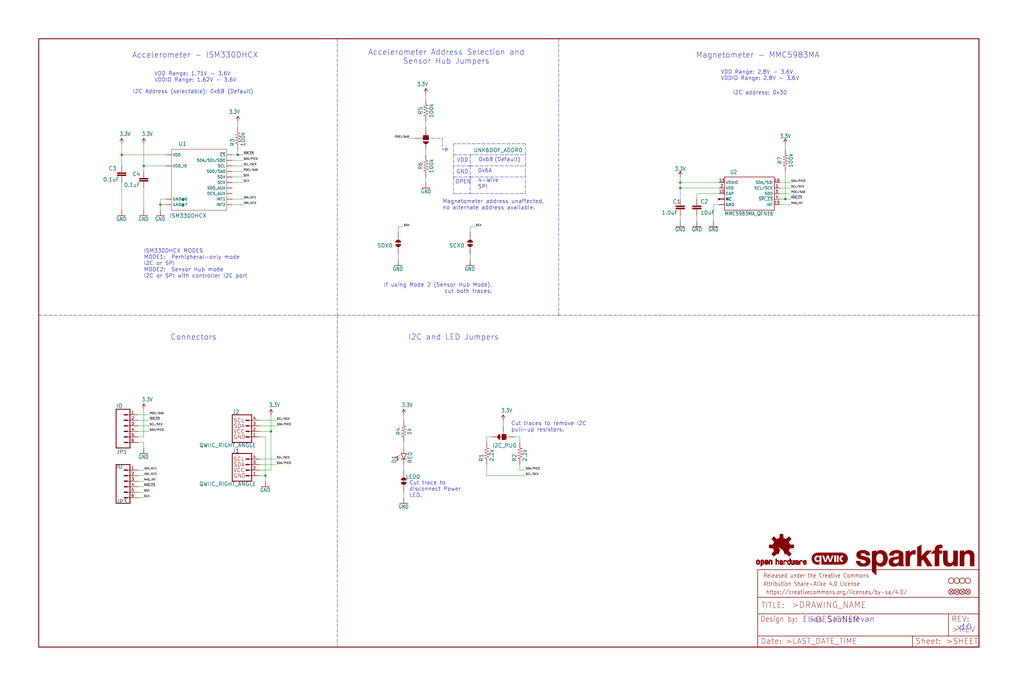
<source format=kicad_sch>
(kicad_sch (version 20211123) (generator eeschema)
  (paper "User" 470.306 317.906)
  (lib_symbols
    (symbol "schematicEagle-eagle-import:0.1UF-0603-25V-(+80{slash}-20%)"
      (property "Reference" "C" (at 1.524 2.921 0))
      (property "Value" "0.1UF-0603-25V-(+80{slash}-20%)" (at 1.524 -2.159 0))
      (symbol "0.1UF-0603-25V-(+80{slash}-20%)_1_0"
        (pin passive line (at 0 5.08 270) (length 2.54) (name "1") (number "1"))
        (pin passive line (at 0 -2.54 90) (length 2.54) (name "2") (number "2"))
      )
    )
    (symbol "schematicEagle-eagle-import:1.0UF-0603-16V-10%"
      (property "Reference" "C" (at 1.524 2.921 0))
      (property "Value" "1.0UF-0603-16V-10%" (at 1.524 -2.159 0))
      (symbol "1.0UF-0603-16V-10%_1_0"
        (pin passive line (at 0 5.08 270) (length 2.54) (name "1") (number "1"))
        (pin passive line (at 0 -2.54 90) (length 2.54) (name "2") (number "2"))
      )
    )
    (symbol "schematicEagle-eagle-import:100KOHM-0603-1{slash}10W-1%"
      (property "Reference" "R" (at 0 1.524 0))
      (property "Value" "100KOHM-0603-1{slash}10W-1%" (at 0 -1.524 0))
      (symbol "100KOHM-0603-1{slash}10W-1%_1_0"
        (pin passive line (at -5.08 0 0) (length 2.54) (name "1") (number "1"))
        (pin passive line (at 5.08 0 180) (length 2.54) (name "2") (number "2"))
      )
    )
    (symbol "schematicEagle-eagle-import:10UF-0603-6.3V-20%"
      (property "Reference" "C" (at 1.524 2.921 0))
      (property "Value" "10UF-0603-6.3V-20%" (at 1.524 -2.159 0))
      (symbol "10UF-0603-6.3V-20%_1_0"
        (pin passive line (at 0 5.08 270) (length 2.54) (name "1") (number "1"))
        (pin passive line (at 0 -2.54 90) (length 2.54) (name "2") (number "2"))
      )
    )
    (symbol "schematicEagle-eagle-import:1KOHM-0603-1{slash}10W-1%"
      (property "Reference" "R" (at 0 1.524 0))
      (property "Value" "1KOHM-0603-1{slash}10W-1%" (at 0 -1.524 0))
      (symbol "1KOHM-0603-1{slash}10W-1%_1_0"
        (pin passive line (at -5.08 0 0) (length 2.54) (name "1") (number "1"))
        (pin passive line (at 5.08 0 180) (length 2.54) (name "2") (number "2"))
      )
    )
    (symbol "schematicEagle-eagle-import:2.2KOHM-0603-1{slash}10W-1%"
      (property "Reference" "R" (at 0 1.524 0))
      (property "Value" "2.2KOHM-0603-1{slash}10W-1%" (at 0 -1.524 0))
      (symbol "2.2KOHM-0603-1{slash}10W-1%_1_0"
        (pin passive line (at -5.08 0 0) (length 2.54) (name "1") (number "1"))
        (pin passive line (at 5.08 0 180) (length 2.54) (name "2") (number "2"))
      )
    )
    (symbol "schematicEagle-eagle-import:3.3V" (power)
      (property "Value" "3.3V" (at 0 2.794 0))
      (symbol "3.3V_1_0"
        (pin power_in line (at 0 0 90) (length 2.54) (name "3.3V") (number "1"))
      )
    )
    (symbol "schematicEagle-eagle-import:CONN_06NO_SILK_NO_POP"
      (property "Reference" "J" (at -5.08 10.668 0))
      (property "Value" "CONN_06NO_SILK_NO_POP" (at -5.08 -9.906 0))
      (symbol "CONN_06NO_SILK_NO_POP_1_0"
        (pin passive line (at 5.08 -5.08 180) (length 5.08) (name "1") (number "1"))
        (pin passive line (at 5.08 -2.54 180) (length 5.08) (name "2") (number "2"))
        (pin passive line (at 5.08 0 180) (length 5.08) (name "3") (number "3"))
        (pin passive line (at 5.08 2.54 180) (length 5.08) (name "4") (number "4"))
        (pin passive line (at 5.08 5.08 180) (length 5.08) (name "5") (number "5"))
        (pin passive line (at 5.08 7.62 180) (length 5.08) (name "6") (number "6"))
      )
    )
    (symbol "schematicEagle-eagle-import:FIDUCIALUFIDUCIAL")
    (symbol "schematicEagle-eagle-import:FRAME-LEDGER"
      (symbol "FRAME-LEDGER_2_0"
        (text " https://creativecommons.org/licenses/by-sa/4.0/" (at 2.54 24.13 0) (effects (font (size 1.9304 1.6408)) (justify left bottom)))
        (text ">DESIGNER" (at 23.114 11.176 0) (effects (font (size 2.7432 2.7432)) (justify left bottom)))
        (text ">DRAWING_NAME" (at 15.494 17.78 0) (effects (font (size 2.7432 2.7432)) (justify left bottom)))
        (text ">LAST_DATE_TIME" (at 12.7 1.27 0) (effects (font (size 2.54 2.54)) (justify left bottom)))
        (text ">REV" (at 88.9 6.604 0) (effects (font (size 2.7432 2.7432)) (justify left bottom)))
        (text ">SHEET" (at 86.36 1.27 0) (effects (font (size 2.54 2.54)) (justify left bottom)))
        (text "Attribution Share-Alike 4.0 License" (at 2.54 27.94 0) (effects (font (size 1.9304 1.6408)) (justify left bottom)))
        (text "Date:" (at 1.27 1.27 0) (effects (font (size 2.54 2.54)) (justify left bottom)))
        (text "Design by:" (at 1.27 11.43 0) (effects (font (size 2.54 2.159)) (justify left bottom)))
        (text "Released under the Creative Commons" (at 2.54 31.75 0) (effects (font (size 1.9304 1.6408)) (justify left bottom)))
        (text "REV:" (at 88.9 11.43 0) (effects (font (size 2.54 2.54)) (justify left bottom)))
        (text "Sheet:" (at 72.39 1.27 0) (effects (font (size 2.54 2.54)) (justify left bottom)))
        (text "TITLE:" (at 1.524 17.78 0) (effects (font (size 2.54 2.54)) (justify left bottom)))
      )
    )
    (symbol "schematicEagle-eagle-import:GND" (power)
      (property "Value" "GND" (at 0 -0.254 0))
      (symbol "GND_1_0"
        (pin power_in line (at 0 2.54 270) (length 2.54) (name "GND") (number "1"))
      )
    )
    (symbol "schematicEagle-eagle-import:ISM330DHCX"
      (property "Reference" "U" (at -10.16 15.24 0))
      (property "Value" "ISM330DHCX" (at -10.16 -17.78 0))
      (symbol "ISM330DHCX_1_0"
        (pin bidirectional line (at 15.24 2.54 180) (length 2.54) (name "SDO/SA0") (number "P1"))
        (pin bidirectional line (at 15.24 -7.62 180) (length 2.54) (name "OCS_AUX") (number "P10"))
        (pin bidirectional line (at 15.24 -5.08 180) (length 2.54) (name "SDO_AUX") (number "P11"))
        (pin bidirectional line (at 15.24 10.16 180) (length 2.54) (name "~{CS}") (number "P12"))
        (pin bidirectional line (at 15.24 5.08 180) (length 2.54) (name "SCL") (number "P13"))
        (pin bidirectional line (at 15.24 7.62 180) (length 2.54) (name "SDA/SDI/SDO") (number "P14"))
        (pin bidirectional line (at 15.24 0 180) (length 2.54) (name "SDX") (number "P2"))
        (pin bidirectional line (at 15.24 -2.54 180) (length 2.54) (name "SCX") (number "P3"))
        (pin bidirectional line (at 15.24 -10.16 180) (length 2.54) (name "INT1") (number "P4"))
        (pin power_in line (at -15.24 5.08 0) (length 2.54) (name "VDD_IO") (number "P5"))
        (pin power_in line (at -15.24 -10.16 0) (length 2.54) (name "GND@6") (number "P6"))
        (pin power_in line (at -15.24 -12.7 0) (length 2.54) (name "GND@7") (number "P7"))
        (pin power_in line (at -15.24 10.16 0) (length 2.54) (name "VDD") (number "P8"))
        (pin bidirectional line (at 15.24 -12.7 180) (length 2.54) (name "INT2") (number "P9"))
      )
    )
    (symbol "schematicEagle-eagle-import:JUMPER-SMT_2_NC_TRACE_SILK"
      (property "Reference" "JP" (at 0 3.048 0))
      (property "Value" "JUMPER-SMT_2_NC_TRACE_SILK" (at 0 -3.048 0))
      (symbol "JUMPER-SMT_2_NC_TRACE_SILK_1_0"
        (pin passive line (at -5.08 0 0) (length 2.54) (name "1") (number "1"))
        (pin passive line (at 5.08 0 180) (length 2.54) (name "2") (number "2"))
      )
    )
    (symbol "schematicEagle-eagle-import:JUMPER-SMT_3_1-NC_TRACE_SILK"
      (property "Reference" "JP" (at 5.842 1.524 0))
      (property "Value" "JUMPER-SMT_3_1-NC_TRACE_SILK" (at 6.604 -1.27 0))
      (symbol "JUMPER-SMT_3_1-NC_TRACE_SILK_1_0"
        (pin passive line (at 0 5.08 270) (length 2.54) (name "1") (number "1"))
        (pin passive line (at -5.08 0 0) (length 2.54) (name "2") (number "2"))
        (pin passive line (at 0 -5.08 90) (length 2.54) (name "3") (number "3"))
      )
    )
    (symbol "schematicEagle-eagle-import:JUMPER-SMT_3_2-NC_TRACE_SILK"
      (property "Reference" "JP" (at 6.096 1.524 0))
      (property "Value" "JUMPER-SMT_3_2-NC_TRACE_SILK" (at 6.858 -1.524 0))
      (symbol "JUMPER-SMT_3_2-NC_TRACE_SILK_1_0"
        (pin passive line (at 0 5.08 270) (length 2.54) (name "1") (number "1"))
        (pin passive line (at -5.08 0 0) (length 2.54) (name "2") (number "2"))
        (pin passive line (at 0 -5.08 90) (length 2.54) (name "3") (number "3"))
      )
    )
    (symbol "schematicEagle-eagle-import:LED-RED0603"
      (property "Reference" "D" (at -3.429 -4.572 90))
      (property "Value" "LED-RED0603" (at 1.905 -4.572 90))
      (symbol "LED-RED0603_1_0"
        (pin passive line (at 0 2.54 270) (length 2.54) (name "A") (number "A"))
        (pin passive line (at 0 -5.08 90) (length 2.54) (name "C") (number "C"))
      )
    )
    (symbol "schematicEagle-eagle-import:MMC5983MA_QFN16"
      (property "Reference" "U" (at -10.16 8.89 0))
      (property "Value" "MMC5983MA_QFN16" (at -10.16 -10.16 0))
      (symbol "MMC5983MA_QFN16_1_0"
        (pin bidirectional line (at 15.24 2.54 180) (length 2.54) (name "SCL/SCK") (number "1"))
        (pin passive line (at -12.7 0 0) (length 2.54) (name "CAP") (number "10"))
        (pin power_in line (at -12.7 -5.08 0) (length 2.54) (name "GND") (number "11"))
        (pin no_connect line (at -12.7 -2.54 0) (length 2.54) (name "NC") (number "12"))
        (pin power_in line (at -12.7 5.08 0) (length 2.54) (name "VDDIO") (number "13"))
        (pin no_connect line (at -12.7 -2.54 0) (length 2.54) (name "NC") (number "14"))
        (pin output line (at 15.24 -5.08 180) (length 2.54) (name "INT") (number "15"))
        (pin bidirectional line (at 15.24 5.08 180) (length 2.54) (name "SDA/SDI") (number "16"))
        (pin power_in line (at -12.7 2.54 0) (length 2.54) (name "VDD") (number "2"))
        (pin no_connect line (at -12.7 -2.54 0) (length 2.54) (name "NC") (number "3"))
        (pin input line (at 15.24 -2.54 180) (length 2.54) (name "~{SPI_CS}") (number "4"))
        (pin output line (at 15.24 0 180) (length 2.54) (name "SDO") (number "5"))
        (pin no_connect line (at -12.7 -2.54 0) (length 2.54) (name "NC") (number "6"))
        (pin no_connect line (at -12.7 -2.54 0) (length 2.54) (name "NC") (number "7"))
        (pin no_connect line (at -12.7 -2.54 0) (length 2.54) (name "NC") (number "8"))
        (pin power_in line (at -12.7 -5.08 0) (length 2.54) (name "GND") (number "9"))
      )
    )
    (symbol "schematicEagle-eagle-import:OSHW-LOGOMINI")
    (symbol "schematicEagle-eagle-import:QWIIC_CONNECTORJS-1MM"
      (property "Reference" "J" (at -5.08 7.874 0))
      (property "Value" "QWIIC_CONNECTORJS-1MM" (at -5.08 -5.334 0))
      (symbol "QWIIC_CONNECTORJS-1MM_1_0"
        (text "GND" (at -4.572 -2.54 0) (effects (font (size 1.778 1.778)) (justify left)))
        (text "SCL" (at -4.572 5.08 0) (effects (font (size 1.778 1.778)) (justify left)))
        (text "SDA" (at -4.572 2.54 0) (effects (font (size 1.778 1.778)) (justify left)))
        (text "VCC" (at -4.572 0 0) (effects (font (size 1.778 1.778)) (justify left)))
        (pin power_in line (at 7.62 -2.54 180) (length 5.08) (name "1") (number "1"))
        (pin power_in line (at 7.62 0 180) (length 5.08) (name "2") (number "2"))
        (pin passive line (at 7.62 2.54 180) (length 5.08) (name "3") (number "3"))
        (pin passive line (at 7.62 5.08 180) (length 5.08) (name "4") (number "4"))
      )
    )
    (symbol "schematicEagle-eagle-import:QWIIC_LOGO_4MM")
    (symbol "schematicEagle-eagle-import:SFE_LOGO_NAME.1_INCH")
    (symbol "schematicEagle-eagle-import:STAND-OFFTIGHT")
  )
  (junction (at 124.46 198.12))
  (junction (at 121.92 218.44))
  (junction (at 55.88 71.12))
  (junction (at 66.04 76.2))
  (junction (at 312.42 83.82))
  (junction (at 312.42 86.36))
  (junction (at 109.22 71.12))
  (junction (at 360.68 91.44))
  (junction (at 73.66 93.98))
  (wire (pts (xy 360.68 78.74) (xy 360.68 91.44)))
  (wire (pts (xy 111.76 91.44) (xy 106.68 91.44)))
  (wire (pts (xy 330.2 93.98) (xy 327.66 93.98)))
  (wire (pts (xy 119.38 200.66) (xy 121.92 200.66)))
  (wire (pts (xy 55.88 96.52) (xy 55.88 83.82)))
  (wire (pts (xy 76.2 76.2) (xy 66.04 76.2)))
  (polyline (pts (xy 215.9 76.2) (xy 208.28 76.2)))
  (wire (pts (xy 312.42 91.44) (xy 312.42 86.36)))
  (wire (pts (xy 119.38 210.82) (xy 127 210.82)))
  (wire (pts (xy 66.04 223.52) (xy 63.5 223.52)))
  (wire (pts (xy 124.46 215.9) (xy 124.46 198.12)))
  (wire (pts (xy 215.9 104.14) (xy 218.44 104.14)))
  (polyline (pts (xy 154.94 17.78) (xy 154.94 144.78)))
  (wire (pts (xy 106.68 78.74) (xy 111.76 78.74)))
  (polyline (pts (xy 154.94 144.78) (xy 256.54 144.78)))
  (wire (pts (xy 106.68 71.12) (xy 109.22 71.12)))
  (wire (pts (xy 121.92 200.66) (xy 121.92 218.44)))
  (wire (pts (xy 111.76 71.12) (xy 109.22 71.12)))
  (polyline (pts (xy 215.9 81.28) (xy 241.3 81.28)))
  (wire (pts (xy 312.42 86.36) (xy 312.42 83.82)))
  (polyline (pts (xy 208.28 71.12) (xy 208.28 76.2)))
  (wire (pts (xy 358.14 86.36) (xy 363.22 86.36)))
  (wire (pts (xy 223.52 218.44) (xy 241.3 218.44)))
  (wire (pts (xy 223.52 200.66) (xy 226.06 200.66)))
  (wire (pts (xy 106.68 76.2) (xy 111.76 76.2)))
  (wire (pts (xy 215.9 106.68) (xy 215.9 104.14)))
  (wire (pts (xy 358.14 93.98) (xy 363.22 93.98)))
  (polyline (pts (xy 203.2 63.5) (xy 203.2 68.58)))
  (wire (pts (xy 360.68 66.294) (xy 360.68 68.58)))
  (wire (pts (xy 55.88 66.04) (xy 55.88 71.12)))
  (wire (pts (xy 119.38 218.44) (xy 121.92 218.44)))
  (polyline (pts (xy 198.12 63.5) (xy 203.2 63.5)))
  (wire (pts (xy 109.22 71.12) (xy 109.22 68.58)))
  (polyline (pts (xy 208.28 66.04) (xy 208.28 71.12)))
  (wire (pts (xy 195.58 43.18) (xy 195.58 45.72)))
  (wire (pts (xy 223.52 203.2) (xy 223.52 200.66)))
  (polyline (pts (xy 256.54 144.78) (xy 449.58 144.78)))
  (wire (pts (xy 73.66 93.98) (xy 73.66 91.44)))
  (wire (pts (xy 312.42 83.82) (xy 330.2 83.82)))
  (wire (pts (xy 106.68 73.66) (xy 111.76 73.66)))
  (wire (pts (xy 63.5 190.5) (xy 68.58 190.5)))
  (wire (pts (xy 119.38 213.36) (xy 127 213.36)))
  (wire (pts (xy 66.04 215.9) (xy 63.5 215.9)))
  (wire (pts (xy 109.22 55.88) (xy 109.22 58.42)))
  (polyline (pts (xy 205.74 68.58) (xy 204.724 67.818)))
  (wire (pts (xy 66.04 200.66) (xy 66.04 187.96)))
  (wire (pts (xy 185.42 213.36) (xy 185.42 215.9)))
  (polyline (pts (xy 215.9 88.9) (xy 241.3 88.9)))
  (wire (pts (xy 124.46 198.12) (xy 124.46 190.5)))
  (wire (pts (xy 63.5 195.58) (xy 68.58 195.58)))
  (polyline (pts (xy 215.9 81.28) (xy 215.9 88.9)))
  (wire (pts (xy 358.14 88.9) (xy 363.22 88.9)))
  (wire (pts (xy 66.04 203.2) (xy 66.04 205.74)))
  (wire (pts (xy 119.38 193.04) (xy 127 193.04)))
  (wire (pts (xy 55.88 76.2) (xy 55.88 71.12)))
  (wire (pts (xy 330.2 86.36) (xy 312.42 86.36)))
  (polyline (pts (xy 241.3 76.2) (xy 241.3 71.12)))
  (wire (pts (xy 312.42 99.06) (xy 312.42 101.6)))
  (polyline (pts (xy 215.9 76.2) (xy 215.9 81.28)))
  (wire (pts (xy 119.38 215.9) (xy 124.46 215.9)))
  (polyline (pts (xy 208.28 71.12) (xy 215.9 71.12)))
  (wire (pts (xy 63.5 198.12) (xy 68.58 198.12)))
  (polyline (pts (xy 241.3 81.28) (xy 241.3 76.2)))
  (wire (pts (xy 106.68 83.82) (xy 111.76 83.82)))
  (wire (pts (xy 119.38 198.12) (xy 124.46 198.12)))
  (polyline (pts (xy 208.28 88.9) (xy 215.9 88.9)))
  (wire (pts (xy 119.38 195.58) (xy 127 195.58)))
  (wire (pts (xy 76.2 93.98) (xy 73.66 93.98)))
  (wire (pts (xy 195.58 55.88) (xy 195.58 58.42)))
  (polyline (pts (xy 203.2 68.58) (xy 205.74 68.58)))
  (polyline (pts (xy 256.54 17.78) (xy 256.54 144.78)))
  (wire (pts (xy 121.92 218.44) (xy 121.92 220.98)))
  (polyline (pts (xy 215.9 71.12) (xy 241.3 71.12)))
  (wire (pts (xy 182.88 119.38) (xy 182.88 116.84)))
  (polyline (pts (xy 205.74 68.58) (xy 204.724 69.342)))
  (polyline (pts (xy 208.28 76.2) (xy 208.28 81.28)))
  (wire (pts (xy 63.5 193.04) (xy 68.58 193.04)))
  (wire (pts (xy 66.04 226.06) (xy 63.5 226.06)))
  (wire (pts (xy 236.22 200.66) (xy 238.76 200.66)))
  (wire (pts (xy 195.58 81.28) (xy 195.58 83.82)))
  (wire (pts (xy 238.76 215.9) (xy 241.3 215.9)))
  (wire (pts (xy 358.14 83.82) (xy 363.22 83.82)))
  (wire (pts (xy 185.42 193.04) (xy 185.42 190.5)))
  (wire (pts (xy 327.66 93.98) (xy 327.66 101.6)))
  (wire (pts (xy 63.5 203.2) (xy 66.04 203.2)))
  (wire (pts (xy 73.66 96.52) (xy 73.66 93.98)))
  (polyline (pts (xy 241.3 71.12) (xy 241.3 66.04)))
  (wire (pts (xy 320.04 99.06) (xy 320.04 101.6)))
  (wire (pts (xy 215.9 119.38) (xy 215.9 116.84)))
  (wire (pts (xy 73.66 91.44) (xy 76.2 91.44)))
  (polyline (pts (xy 215.9 76.2) (xy 241.3 76.2)))
  (wire (pts (xy 190.5 63.5) (xy 187.96 63.5)))
  (wire (pts (xy 182.88 106.68) (xy 182.88 104.14)))
  (wire (pts (xy 66.04 78.74) (xy 66.04 76.2)))
  (wire (pts (xy 358.14 91.44) (xy 360.68 91.44)))
  (wire (pts (xy 182.88 104.14) (xy 185.42 104.14)))
  (wire (pts (xy 195.58 71.12) (xy 195.58 68.58)))
  (polyline (pts (xy 204.724 67.818) (xy 204.724 69.342)))
  (polyline (pts (xy 241.3 88.9) (xy 241.3 81.28)))
  (wire (pts (xy 330.2 88.9) (xy 320.04 88.9)))
  (wire (pts (xy 363.22 91.44) (xy 360.68 91.44)))
  (wire (pts (xy 231.14 193.04) (xy 231.14 195.58)))
  (wire (pts (xy 66.04 96.52) (xy 66.04 86.36)))
  (wire (pts (xy 66.04 220.98) (xy 63.5 220.98)))
  (polyline (pts (xy 208.28 81.28) (xy 208.28 88.9)))
  (wire (pts (xy 66.04 76.2) (xy 66.04 66.04)))
  (polyline (pts (xy 241.3 66.04) (xy 208.28 66.04)))
  (wire (pts (xy 66.04 218.44) (xy 63.5 218.44)))
  (wire (pts (xy 312.42 81.28) (xy 312.42 83.82)))
  (polyline (pts (xy 208.28 81.28) (xy 215.9 81.28)))
  (wire (pts (xy 185.42 203.2) (xy 185.42 205.74)))
  (wire (pts (xy 111.76 93.98) (xy 106.68 93.98)))
  (wire (pts (xy 238.76 200.66) (xy 238.76 203.2)))
  (wire (pts (xy 66.04 228.6) (xy 63.5 228.6)))
  (wire (pts (xy 223.52 213.36) (xy 223.52 218.44)))
  (polyline (pts (xy 154.94 144.78) (xy 154.94 297.18)))
  (wire (pts (xy 55.88 71.12) (xy 76.2 71.12)))
  (wire (pts (xy 320.04 91.44) (xy 320.04 88.9)))
  (polyline (pts (xy 17.78 144.78) (xy 154.94 144.78)))
  (wire (pts (xy 185.42 226.06) (xy 185.42 228.6)))
  (wire (pts (xy 238.76 213.36) (xy 238.76 215.9)))
  (wire (pts (xy 63.5 200.66) (xy 66.04 200.66)))
  (wire (pts (xy 106.68 81.28) (xy 111.76 81.28)))
  (polyline (pts (xy 215.9 71.12) (xy 215.9 76.2)))
  (text "Magnetometer - MMC5983MA" (at 347.98 25.4 180) (effects (font (size 2.54 2.54))))
  (text "4-Wire\nSPI" (at 219.456 86.868 180) (effects (font (size 1.778 1.778)) (justify left bottom)))
  (text "I2C Address (selectable): 0x6B (Default)" (at 60.96 43.18 180) (effects (font (size 1.778 1.778)) (justify left bottom)))
  (text "Connectors" (at 88.9 154.94 180) (effects (font (size 2.54 2.54))))
  (text "v10" (at 439.42 289.56 180) (effects (font (size 2.54 2.54)) (justify left bottom)))
  (text "VDD Range: 2.8V - 3.6V\nVDDIO Range: 2.8V - 3.6V" (at 330.962 37.084 180) (effects (font (size 1.778 1.778)) (justify left bottom)))
  (text "(Default)" (at 227.076 74.422 180) (effects (font (size 1.778 1.778)) (justify left bottom)))
  (text "Cut traces to remove I2C\npull-up resistors." (at 234.696 193.548 180) (effects (font (size 1.778 1.778)) (justify left top)))
  (text "0x6A" (at 219.456 79.502 180) (effects (font (size 1.778 1.778)) (justify left bottom)))
  (text "Cut trace to\ndisconnect Power\nLED." (at 187.96 228.6 180) (effects (font (size 1.778 1.778)) (justify left bottom)))
  (text "Elias Santistevan" (at 368.554 286.004 180) (effects (font (size 2.54 2.54)) (justify left bottom)))
  (text "If using Mode 2 (Sensor Hub Mode),\ncut both traces." (at 226.06 134.874 0) (effects (font (size 1.778 1.778)) (justify right bottom)))
  (text "Magnetometer address unaffected,\nno alternate address available." (at 203.2 96.52 0) (effects (font (size 1.778 1.778)) (justify left bottom)))
  (text "Accelerometer - ISM330DHCX" (at 89.662 25.4 180) (effects (font (size 2.54 2.54))))
  (text "0x6B" (at 219.71 74.422 180) (effects (font (size 1.778 1.778)) (justify left bottom)))
  (text "GND" (at 209.55 80.01 180) (effects (font (size 1.778 1.778)) (justify left bottom)))
  (text "I2C and LED Jumpers" (at 208.28 154.94 180) (effects (font (size 2.54 2.54))))
  (text "Accelerometer Address Selection and\nSensor Hub Jumpers" (at 204.978 26.162 0) (effects (font (size 2.54 2.54))))
  (text "VDD Range: 1.71V - 3.6V\nVDDIO Range: 1.62V - 3.6V" (at 70.866 37.846 180) (effects (font (size 1.778 1.778)) (justify left bottom)))
  (text "OPEN" (at 209.042 84.582 180) (effects (font (size 1.778 1.778)) (justify left bottom)))
  (text "VDD" (at 209.804 74.676 180) (effects (font (size 1.778 1.778)) (justify left bottom)))
  (text "ISM330DHCX MODES\nMODE1:  Perhipheral-only mode\nI2C or SPI\nMODE2:  Sensor Hub mode\nI2C or SPI with controller I2C port" (at 66.04 114.3 0) (effects (font (size 1.778 1.778)) (justify left top)))
  (text "I2C address: 0x30" (at 348.996 42.672 180) (effects (font (size 1.778 1.778))))
  (label "SCL/SCK" (at 127 193.04 0) (effects (font (size 0.889 0.889))))
  (label "SDA/PICO" (at 127 195.58 0) (effects (font (size 0.889 0.889))))
  (label "SCX" (at 66.04 228.6 0) (effects (font (size 0.889 0.889))))
  (label "SDA/PICO" (at 363.22 83.82 0) (effects (font (size 0.889 0.889))))
  (label "~{MAG_CS}" (at 66.04 223.52 0) (effects (font (size 0.889 0.889))))
  (label "SDX" (at 66.04 226.06 0) (effects (font (size 0.889 0.889))))
  (label "SDX" (at 111.76 81.28 0) (effects (font (size 0.889 0.889))))
  (label "SDA/PICO" (at 111.76 73.66 0) (effects (font (size 0.889 0.889))))
  (label "POCI/SA0" (at 111.76 78.74 0) (effects (font (size 0.889 0.889))))
  (label "POCI/SA0" (at 363.22 88.9 0) (effects (font (size 0.889 0.889))))
  (label "SCL/SCK" (at 241.3 218.44 0) (effects (font (size 0.889 0.889))))
  (label "SCX" (at 111.76 83.82 0) (effects (font (size 0.889 0.889))))
  (label "SDA/PICO" (at 127 213.36 0) (effects (font (size 0.889 0.889))))
  (label "SCL/SCK" (at 363.22 86.36 0) (effects (font (size 0.889 0.889))))
  (label "~{MAG_CS}" (at 363.22 91.44 0) (effects (font (size 0.889 0.889))))
  (label "SCX" (at 218.44 104.14 0) (effects (font (size 0.889 0.889))))
  (label "SDA/PICO" (at 68.58 198.12 0) (effects (font (size 0.889 0.889))))
  (label "ISM_INT1" (at 111.76 91.44 0) (effects (font (size 0.889 0.889))))
  (label "~{ISM_CS}" (at 111.76 71.12 0) (effects (font (size 0.889 0.889))))
  (label "ISM_INT2" (at 111.76 93.98 0) (effects (font (size 0.889 0.889))))
  (label "SCL/SCK" (at 127 210.82 0) (effects (font (size 0.889 0.889))))
  (label "ISM_INT2" (at 66.04 218.44 0) (effects (font (size 0.889 0.889))))
  (label "MAG_INT" (at 363.22 93.98 0) (effects (font (size 0.889 0.889))))
  (label "ISM_INT1" (at 66.04 215.9 0) (effects (font (size 0.889 0.889))))
  (label "~{ISM_CS}" (at 68.58 193.04 0) (effects (font (size 0.889 0.889))))
  (label "SDX" (at 185.42 104.14 0) (effects (font (size 0.889 0.889))))
  (label "SDA/PICO" (at 241.3 215.9 0) (effects (font (size 0.889 0.889))))
  (label "SCL/SCK" (at 111.76 76.2 0) (effects (font (size 0.889 0.889))))
  (label "POCI/SA0" (at 187.96 63.5 180) (effects (font (size 0.889 0.889))))
  (label "SCL/SCK" (at 68.58 195.58 0) (effects (font (size 0.889 0.889))))
  (label "MAG_INT" (at 66.04 220.98 0) (effects (font (size 0.889 0.889))))
  (label "POCI/SA0" (at 68.58 190.5 0) (effects (font (size 0.889 0.889))))
  (symbol (lib_id "schematicEagle-eagle-import:GND") (at 55.88 99.06 0) (unit 1)
    (property "Reference" "#GND5" (effects hide))
    (property "Value" "GND" (at 53.34 101.6 0) (effects (font (size 1.778 1.5113)) (justify left bottom)))
    (property "Footprint" "schematicEagle:" (effects hide))
  )
  (symbol (lib_id "schematicEagle-eagle-import:GND") (at 312.42 104.14 0) (unit 1)
    (property "Reference" "#GND2" (effects hide))
    (property "Value" "GND" (at 312.42 104.394 0) (effects (font (size 1.778 1.5113)) (justify top)))
    (property "Footprint" "schematicEagle:" (effects hide))
  )
  (symbol (lib_id "schematicEagle-eagle-import:JUMPER-SMT_2_NC_TRACE_SILK") (at 215.9 111.76 90) (unit 1)
    (property "Reference" "SCX0" (at 213.36 111.76 90) (effects (font (size 1.778 1.778)) (justify left bottom)))
    (property "Value" "JUMPER-SMT_2_NC_TRACE_SILK" (effects hide))
    (property "Footprint" "schematicEagle:SMT-JUMPER_2_NC_TRACE_SILK" (effects hide))
  )
  (symbol (lib_id "schematicEagle-eagle-import:3.3V") (at 195.58 43.18 0) (mirror y) (unit 1)
    (property "Reference" "#SUPPLY10" (effects hide))
    (property "Value" "3.3V" (at 196.596 39.624 0) (effects (font (size 1.778 1.5113)) (justify left bottom)))
    (property "Footprint" "schematicEagle:" (effects hide))
  )
  (symbol (lib_id "schematicEagle-eagle-import:GND") (at 66.04 208.28 0) (unit 1)
    (property "Reference" "#GND11" (effects hide))
    (property "Value" "GND" (at 63.5 210.82 0) (effects (font (size 1.778 1.5113)) (justify left bottom)))
    (property "Footprint" "schematicEagle:" (effects hide))
  )
  (symbol (lib_id "schematicEagle-eagle-import:3.3V") (at 360.68 66.294 0) (unit 1)
    (property "Reference" "#SUPPLY8" (effects hide))
    (property "Value" "3.3V" (at 360.68 63.5 0) (effects (font (size 1.778 1.5113)) (justify bottom)))
    (property "Footprint" "schematicEagle:" (effects hide))
  )
  (symbol (lib_id "schematicEagle-eagle-import:CONN_06NO_SILK_NO_POP") (at 58.42 220.98 0) (mirror x) (unit 1)
    (property "Reference" "JP3" (at 53.34 229.362 0) (effects (font (size 1.778 1.778)) (justify left bottom)))
    (property "Value" "IO" (at 53.34 213.36 0) (effects (font (size 1.778 1.778)) (justify left bottom)))
    (property "Footprint" "schematicEagle:1X06_NO_SILK" (effects hide))
  )
  (symbol (lib_id "schematicEagle-eagle-import:ISM330DHCX") (at 91.44 81.28 0) (unit 1)
    (property "Reference" "U1" (at 83.82 66.04 0) (effects (font (size 1.778 1.778))))
    (property "Value" "ISM330DHCX" (at 86.36 99.06 0) (effects (font (size 1.778 1.778))))
    (property "Footprint" "schematicEagle:LGA-14L" (effects hide))
  )
  (symbol (lib_id "schematicEagle-eagle-import:2.2KOHM-0603-1{slash}10W-1%") (at 238.76 208.28 90) (unit 1)
    (property "Reference" "R2" (at 237.2614 212.09 0) (effects (font (size 1.778 1.778)) (justify left bottom)))
    (property "Value" "2.2k" (at 242.062 212.09 0) (effects (font (size 1.778 1.778)) (justify left bottom)))
    (property "Footprint" "schematicEagle:0603" (effects hide))
  )
  (symbol (lib_id "schematicEagle-eagle-import:3.3V") (at 185.42 190.5 0) (unit 1)
    (property "Reference" "#SUPPLY3" (effects hide))
    (property "Value" "3.3V" (at 184.404 186.944 0) (effects (font (size 1.778 1.5113)) (justify left bottom)))
    (property "Footprint" "schematicEagle:" (effects hide))
  )
  (symbol (lib_id "schematicEagle-eagle-import:3.3V") (at 66.04 187.96 0) (unit 1)
    (property "Reference" "#SUPPLY6" (effects hide))
    (property "Value" "3.3V" (at 65.024 184.404 0) (effects (font (size 1.778 1.5113)) (justify left bottom)))
    (property "Footprint" "schematicEagle:" (effects hide))
  )
  (symbol (lib_id "schematicEagle-eagle-import:OSHW-LOGOMINI") (at 358.902 250.952 0) (unit 1)
    (property "Reference" "LOGO2" (effects hide))
    (property "Value" "OSHW-LOGOMINI" (effects hide))
    (property "Footprint" "schematicEagle:OSHW-LOGO-MINI" (effects hide))
  )
  (symbol (lib_id "schematicEagle-eagle-import:QWIIC_CONNECTORJS-1MM") (at 111.76 198.12 0) (unit 1)
    (property "Reference" "J2" (at 106.68 190.246 0) (effects (font (size 1.778 1.778)) (justify left bottom)))
    (property "Value" "QWIIC_RIGHT_ANGLE" (at 91.44 203.454 0) (effects (font (size 1.778 1.778)) (justify left top)))
    (property "Footprint" "schematicEagle:JST04_1MM_RA" (effects hide))
  )
  (symbol (lib_id "schematicEagle-eagle-import:FIDUCIALUFIDUCIAL") (at 444.5 271.78 0) (unit 1)
    (property "Reference" "FD2" (effects hide))
    (property "Value" "FIDUCIALUFIDUCIAL" (effects hide))
    (property "Footprint" "schematicEagle:FIDUCIAL-MICRO" (effects hide))
  )
  (symbol (lib_id "schematicEagle-eagle-import:3.3V") (at 66.04 66.04 0) (unit 1)
    (property "Reference" "#SUPPLY4" (effects hide))
    (property "Value" "3.3V" (at 65.024 62.484 0) (effects (font (size 1.778 1.5113)) (justify left bottom)))
    (property "Footprint" "schematicEagle:" (effects hide))
  )
  (symbol (lib_id "schematicEagle-eagle-import:FIDUCIALUFIDUCIAL") (at 436.88 271.78 0) (unit 1)
    (property "Reference" "FID1" (effects hide))
    (property "Value" "FIDUCIALUFIDUCIAL" (effects hide))
    (property "Footprint" "schematicEagle:FIDUCIAL-MICRO" (effects hide))
  )
  (symbol (lib_id "schematicEagle-eagle-import:10UF-0603-6.3V-20%") (at 320.04 96.52 0) (unit 1)
    (property "Reference" "C2" (at 321.564 93.599 0) (effects (font (size 1.778 1.778)) (justify left bottom)))
    (property "Value" "10uF" (at 321.564 98.679 0) (effects (font (size 1.778 1.778)) (justify left bottom)))
    (property "Footprint" "schematicEagle:0603" (effects hide))
  )
  (symbol (lib_id "schematicEagle-eagle-import:MMC5983MA_QFN16") (at 342.9 88.9 0) (unit 1)
    (property "Reference" "U2" (at 335.28 80.01 0) (effects (font (size 1.778 1.5113)) (justify left bottom)))
    (property "Value" "MMC5983MA_QFN16" (at 332.74 99.06 0) (effects (font (size 1.778 1.5113)) (justify left bottom)))
    (property "Footprint" "schematicEagle:LGA-16-3X3MM-4X4PINS" (effects hide))
  )
  (symbol (lib_id "schematicEagle-eagle-import:STAND-OFFTIGHT") (at 436.88 266.7 0) (unit 1)
    (property "Reference" "STANDOFF1" (effects hide))
    (property "Value" "STAND-OFFTIGHT" (effects hide))
    (property "Footprint" "schematicEagle:STAND-OFF-TIGHT" (effects hide))
  )
  (symbol (lib_id "schematicEagle-eagle-import:3.3V") (at 231.14 193.04 0) (unit 1)
    (property "Reference" "#SUPPLY2" (effects hide))
    (property "Value" "3.3V" (at 230.124 189.484 0) (effects (font (size 1.778 1.5113)) (justify left bottom)))
    (property "Footprint" "schematicEagle:" (effects hide))
  )
  (symbol (lib_id "schematicEagle-eagle-import:FRAME-LEDGER") (at 347.98 297.18 0) (unit 2)
    (property "Reference" "FRAME2" (effects hide))
    (property "Value" "FRAME-LEDGER" (effects hide))
    (property "Footprint" "schematicEagle:CREATIVE_COMMONS" (effects hide))
  )
  (symbol (lib_id "schematicEagle-eagle-import:100KOHM-0603-1{slash}10W-1%") (at 195.58 76.2 90) (unit 1)
    (property "Reference" "R6" (at 194.056 76.2 0) (effects (font (size 1.778 1.778)) (justify bottom)))
    (property "Value" "100k" (at 197.104 76.2 0) (effects (font (size 1.778 1.778)) (justify top)))
    (property "Footprint" "schematicEagle:0603" (effects hide))
  )
  (symbol (lib_id "schematicEagle-eagle-import:JUMPER-SMT_3_2-NC_TRACE_SILK") (at 231.14 200.66 90) (mirror x) (unit 1)
    (property "Reference" "I2C_PU0" (at 226.06 203.581 90) (effects (font (size 1.778 1.778)) (justify right top)))
    (property "Value" "S_MODE" (effects hide))
    (property "Footprint" "schematicEagle:SMT-JUMPER_3_2-NC_TRACE_SILK" (effects hide))
  )
  (symbol (lib_id "schematicEagle-eagle-import:LED-RED0603") (at 185.42 208.28 0) (unit 1)
    (property "Reference" "D1" (at 181.991 212.852 90) (effects (font (size 1.778 1.778)) (justify left bottom)))
    (property "Value" "RED" (at 187.325 212.852 90) (effects (font (size 1.778 1.778)) (justify left top)))
    (property "Footprint" "schematicEagle:LED-0603" (effects hide))
  )
  (symbol (lib_id "schematicEagle-eagle-import:GND") (at 73.66 99.06 0) (unit 1)
    (property "Reference" "#GND4" (effects hide))
    (property "Value" "GND" (at 71.12 101.6 0) (effects (font (size 1.778 1.5113)) (justify left bottom)))
    (property "Footprint" "schematicEagle:" (effects hide))
  )
  (symbol (lib_id "schematicEagle-eagle-import:0.1UF-0603-25V-(+80{slash}-20%)") (at 66.04 83.82 0) (mirror y) (unit 1)
    (property "Reference" "C4" (at 64.516 80.899 0) (effects (font (size 1.778 1.778)) (justify left bottom)))
    (property "Value" "0.1uF" (at 64.516 85.979 0) (effects (font (size 1.778 1.778)) (justify left bottom)))
    (property "Footprint" "schematicEagle:0603" (effects hide))
  )
  (symbol (lib_id "schematicEagle-eagle-import:JUMPER-SMT_2_NC_TRACE_SILK") (at 185.42 220.98 90) (unit 1)
    (property "Reference" "LED0" (at 193.04 217.932 90) (effects (font (size 1.778 1.778)) (justify left bottom)))
    (property "Value" "JUMPER-SMT_2_NC_TRACE_SILK" (effects hide))
    (property "Footprint" "schematicEagle:SMT-JUMPER_2_NC_TRACE_SILK" (effects hide))
  )
  (symbol (lib_id "schematicEagle-eagle-import:3.3V") (at 55.88 66.04 0) (unit 1)
    (property "Reference" "#SUPPLY5" (effects hide))
    (property "Value" "3.3V" (at 54.864 62.484 0) (effects (font (size 1.778 1.5113)) (justify left bottom)))
    (property "Footprint" "schematicEagle:" (effects hide))
  )
  (symbol (lib_id "schematicEagle-eagle-import:CONN_06NO_SILK_NO_POP") (at 58.42 195.58 0) (mirror x) (unit 1)
    (property "Reference" "JP1" (at 53.34 206.502 0) (effects (font (size 1.778 1.778)) (justify left bottom)))
    (property "Value" "IO" (at 53.34 185.42 0) (effects (font (size 1.778 1.778)) (justify left bottom)))
    (property "Footprint" "schematicEagle:1X06_NO_SILK" (effects hide))
  )
  (symbol (lib_id "schematicEagle-eagle-import:100KOHM-0603-1{slash}10W-1%") (at 360.68 73.66 90) (unit 1)
    (property "Reference" "R7" (at 359.156 73.66 0) (effects (font (size 1.778 1.778)) (justify bottom)))
    (property "Value" "100k" (at 362.204 73.66 0) (effects (font (size 1.778 1.778)) (justify top)))
    (property "Footprint" "schematicEagle:0603" (effects hide))
  )
  (symbol (lib_id "schematicEagle-eagle-import:GND") (at 195.58 86.36 0) (mirror y) (unit 1)
    (property "Reference" "#GND6" (effects hide))
    (property "Value" "GND" (at 198.12 88.9 0) (effects (font (size 1.778 1.5113)) (justify left bottom)))
    (property "Footprint" "schematicEagle:" (effects hide))
  )
  (symbol (lib_id "schematicEagle-eagle-import:QWIIC_CONNECTORJS-1MM") (at 111.76 215.9 0) (unit 1)
    (property "Reference" "J1" (at 106.68 208.026 0) (effects (font (size 1.778 1.778)) (justify left bottom)))
    (property "Value" "QWIIC_RIGHT_ANGLE" (at 91.44 221.234 0) (effects (font (size 1.778 1.778)) (justify left top)))
    (property "Footprint" "schematicEagle:JST04_1MM_RA" (effects hide))
  )
  (symbol (lib_id "schematicEagle-eagle-import:STAND-OFFTIGHT") (at 444.5 266.7 0) (unit 1)
    (property "Reference" "STANDOFF4" (effects hide))
    (property "Value" "STAND-OFFTIGHT" (effects hide))
    (property "Footprint" "schematicEagle:STAND-OFF-TIGHT" (effects hide))
  )
  (symbol (lib_id "schematicEagle-eagle-import:100KOHM-0603-1{slash}10W-1%") (at 109.22 63.5 90) (unit 1)
    (property "Reference" "R3" (at 107.7214 67.31 0) (effects (font (size 1.778 1.778)) (justify left bottom)))
    (property "Value" "100k" (at 112.522 67.31 0) (effects (font (size 1.778 1.778)) (justify left bottom)))
    (property "Footprint" "schematicEagle:0603" (effects hide))
  )
  (symbol (lib_id "schematicEagle-eagle-import:GND") (at 121.92 223.52 0) (unit 1)
    (property "Reference" "#GND3" (effects hide))
    (property "Value" "GND" (at 119.38 226.06 0) (effects (font (size 1.778 1.5113)) (justify left bottom)))
    (property "Footprint" "schematicEagle:" (effects hide))
  )
  (symbol (lib_id "schematicEagle-eagle-import:FIDUCIALUFIDUCIAL") (at 441.96 271.78 0) (unit 1)
    (property "Reference" "FD1" (effects hide))
    (property "Value" "FIDUCIALUFIDUCIAL" (effects hide))
    (property "Footprint" "schematicEagle:FIDUCIAL-MICRO" (effects hide))
  )
  (symbol (lib_id "schematicEagle-eagle-import:GND") (at 215.9 121.92 0) (unit 1)
    (property "Reference" "#GND12" (effects hide))
    (property "Value" "GND" (at 213.36 124.46 0) (effects (font (size 1.778 1.5113)) (justify left bottom)))
    (property "Footprint" "schematicEagle:" (effects hide))
  )
  (symbol (lib_id "schematicEagle-eagle-import:JUMPER-SMT_3_1-NC_TRACE_SILK") (at 195.58 63.5 0) (mirror x) (unit 1)
    (property "Reference" "UNK6DOF_ADDR0" (at 217.424 67.945 0) (effects (font (size 1.778 1.778)) (justify left bottom)))
    (property "Value" "JUMPER-SMT_3_1-NC_TRACE_SILK" (effects hide))
    (property "Footprint" "schematicEagle:SMT-JUMPER_3_1-NC_TRACE_SILK" (effects hide))
  )
  (symbol (lib_id "schematicEagle-eagle-import:100KOHM-0603-1{slash}10W-1%") (at 195.58 50.8 90) (unit 1)
    (property "Reference" "R5" (at 194.056 50.8 0) (effects (font (size 1.778 1.778)) (justify bottom)))
    (property "Value" "100k" (at 197.104 50.8 0) (effects (font (size 1.778 1.778)) (justify top)))
    (property "Footprint" "schematicEagle:0603" (effects hide))
  )
  (symbol (lib_id "schematicEagle-eagle-import:1KOHM-0603-1{slash}10W-1%") (at 185.42 198.12 90) (unit 1)
    (property "Reference" "R4" (at 183.896 198.12 0) (effects (font (size 1.778 1.778)) (justify bottom)))
    (property "Value" "1k" (at 186.944 198.12 0) (effects (font (size 1.778 1.778)) (justify top)))
    (property "Footprint" "schematicEagle:0603" (effects hide))
  )
  (symbol (lib_id "schematicEagle-eagle-import:FRAME-LEDGER") (at 17.78 297.18 0) (unit 1)
    (property "Reference" "FRAME2" (effects hide))
    (property "Value" "FRAME-LEDGER" (effects hide))
    (property "Footprint" "schematicEagle:CREATIVE_COMMONS" (effects hide))
  )
  (symbol (lib_id "schematicEagle-eagle-import:0.1UF-0603-25V-(+80{slash}-20%)") (at 55.88 81.28 0) (unit 1)
    (property "Reference" "C3" (at 49.784 78.359 0) (effects (font (size 1.778 1.778)) (justify left bottom)))
    (property "Value" "0.1uF" (at 47.244 83.439 0) (effects (font (size 1.778 1.778)) (justify left bottom)))
    (property "Footprint" "schematicEagle:0603" (effects hide))
  )
  (symbol (lib_id "schematicEagle-eagle-import:JUMPER-SMT_2_NC_TRACE_SILK") (at 182.88 111.76 90) (unit 1)
    (property "Reference" "SDX0" (at 180.34 111.76 90) (effects (font (size 1.778 1.778)) (justify left bottom)))
    (property "Value" "JUMPER-SMT_2_NC_TRACE_SILK" (effects hide))
    (property "Footprint" "schematicEagle:SMT-JUMPER_2_NC_TRACE_SILK" (effects hide))
  )
  (symbol (lib_id "schematicEagle-eagle-import:3.3V") (at 312.42 81.28 0) (unit 1)
    (property "Reference" "#SUPPLY7" (effects hide))
    (property "Value" "3.3V" (at 312.42 78.486 0) (effects (font (size 1.778 1.5113)) (justify bottom)))
    (property "Footprint" "schematicEagle:" (effects hide))
  )
  (symbol (lib_id "schematicEagle-eagle-import:GND") (at 66.04 99.06 0) (unit 1)
    (property "Reference" "#GND10" (effects hide))
    (property "Value" "GND" (at 63.5 101.6 0) (effects (font (size 1.778 1.5113)) (justify left bottom)))
    (property "Footprint" "schematicEagle:" (effects hide))
  )
  (symbol (lib_id "schematicEagle-eagle-import:STAND-OFFTIGHT") (at 441.96 266.7 0) (unit 1)
    (property "Reference" "STANDOFF3" (effects hide))
    (property "Value" "STAND-OFFTIGHT" (effects hide))
    (property "Footprint" "schematicEagle:STAND-OFF-TIGHT" (effects hide))
  )
  (symbol (lib_id "schematicEagle-eagle-import:STAND-OFFTIGHT") (at 439.42 266.7 0) (unit 1)
    (property "Reference" "STANDOFF2" (effects hide))
    (property "Value" "STAND-OFFTIGHT" (effects hide))
    (property "Footprint" "schematicEagle:STAND-OFF-TIGHT" (effects hide))
  )
  (symbol (lib_id "schematicEagle-eagle-import:2.2KOHM-0603-1{slash}10W-1%") (at 223.52 208.28 90) (unit 1)
    (property "Reference" "R1" (at 222.0214 212.09 0) (effects (font (size 1.778 1.778)) (justify left bottom)))
    (property "Value" "2.2k" (at 226.822 212.09 0) (effects (font (size 1.778 1.778)) (justify left bottom)))
    (property "Footprint" "schematicEagle:0603" (effects hide))
  )
  (symbol (lib_id "schematicEagle-eagle-import:3.3V") (at 109.22 55.88 0) (mirror y) (unit 1)
    (property "Reference" "#SUPPLY11" (effects hide))
    (property "Value" "3.3V" (at 110.236 52.324 0) (effects (font (size 1.778 1.5113)) (justify left bottom)))
    (property "Footprint" "schematicEagle:" (effects hide))
  )
  (symbol (lib_id "schematicEagle-eagle-import:GND") (at 182.88 121.92 0) (unit 1)
    (property "Reference" "#GND9" (effects hide))
    (property "Value" "GND" (at 180.34 124.46 0) (effects (font (size 1.778 1.5113)) (justify left bottom)))
    (property "Footprint" "schematicEagle:" (effects hide))
  )
  (symbol (lib_id "schematicEagle-eagle-import:FIDUCIALUFIDUCIAL") (at 439.42 271.78 0) (unit 1)
    (property "Reference" "FID2" (effects hide))
    (property "Value" "FIDUCIALUFIDUCIAL" (effects hide))
    (property "Footprint" "schematicEagle:FIDUCIAL-MICRO" (effects hide))
  )
  (symbol (lib_id "schematicEagle-eagle-import:GND") (at 185.42 231.14 0) (unit 1)
    (property "Reference" "#GND7" (effects hide))
    (property "Value" "GND" (at 182.88 233.68 0) (effects (font (size 1.778 1.5113)) (justify left bottom)))
    (property "Footprint" "schematicEagle:" (effects hide))
  )
  (symbol (lib_id "schematicEagle-eagle-import:GND") (at 327.66 104.14 0) (unit 1)
    (property "Reference" "#GND1" (effects hide))
    (property "Value" "GND" (at 327.66 104.394 0) (effects (font (size 1.778 1.5113)) (justify top)))
    (property "Footprint" "schematicEagle:" (effects hide))
  )
  (symbol (lib_id "schematicEagle-eagle-import:3.3V") (at 124.46 190.5 0) (unit 1)
    (property "Reference" "#SUPPLY1" (effects hide))
    (property "Value" "3.3V" (at 123.444 186.944 0) (effects (font (size 1.778 1.5113)) (justify left bottom)))
    (property "Footprint" "schematicEagle:" (effects hide))
  )
  (symbol (lib_id "schematicEagle-eagle-import:GND") (at 320.04 104.14 0) (unit 1)
    (property "Reference" "#GND8" (effects hide))
    (property "Value" "GND" (at 320.04 104.394 0) (effects (font (size 1.778 1.5113)) (justify top)))
    (property "Footprint" "schematicEagle:" (effects hide))
  )
  (symbol (lib_id "schematicEagle-eagle-import:SFE_LOGO_NAME.1_INCH") (at 391.16 264.16 0) (unit 1)
    (property "Reference" "LOGO3" (effects hide))
    (property "Value" "SFE_LOGO_NAME.1_INCH" (effects hide))
    (property "Footprint" "schematicEagle:SFE_LOGO_NAME_.1" (effects hide))
  )
  (symbol (lib_id "schematicEagle-eagle-import:1.0UF-0603-16V-10%") (at 312.42 96.52 0) (unit 1)
    (property "Reference" "C1" (at 308.864 93.599 0) (effects (font (size 1.778 1.778)) (justify left bottom)))
    (property "Value" "1.0uF" (at 303.784 98.679 0) (effects (font (size 1.778 1.778)) (justify left bottom)))
    (property "Footprint" "schematicEagle:0603" (effects hide))
  )
  (symbol (lib_id "schematicEagle-eagle-import:QWIIC_LOGO_4MM") (at 381 256.54 0) (unit 1)
    (property "Reference" "LOGO1" (effects hide))
    (property "Value" "QWIIC_LOGO_4MM" (effects hide))
    (property "Footprint" "schematicEagle:QWIIC_4MM" (effects hide))
  )
)
</source>
